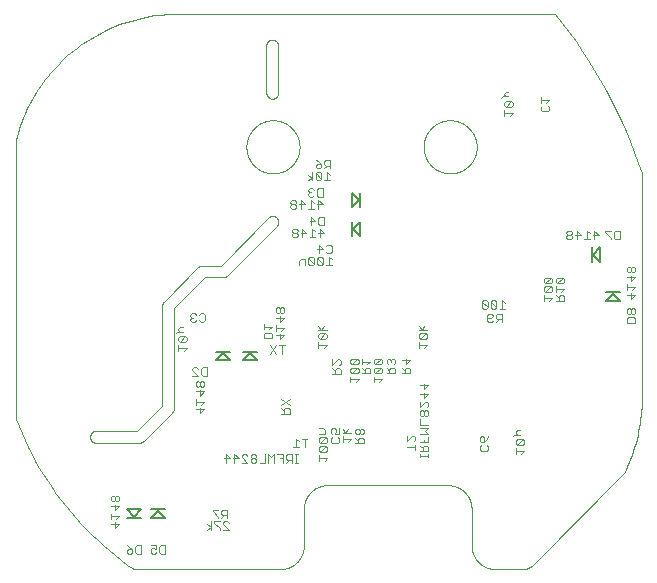
<source format=gbo>
G75*
%MOIN*%
%OFA0B0*%
%FSLAX25Y25*%
%IPPOS*%
%LPD*%
%AMOC8*
5,1,8,0,0,1.08239X$1,22.5*
%
%ADD10C,0.00000*%
%ADD11C,0.00400*%
%ADD12C,0.00787*%
D10*
X0041537Y0003071D02*
X0090356Y0003071D01*
X0090546Y0003073D01*
X0090736Y0003080D01*
X0090926Y0003092D01*
X0091116Y0003108D01*
X0091305Y0003128D01*
X0091494Y0003154D01*
X0091682Y0003183D01*
X0091869Y0003218D01*
X0092055Y0003257D01*
X0092240Y0003300D01*
X0092425Y0003348D01*
X0092608Y0003400D01*
X0092789Y0003456D01*
X0092969Y0003517D01*
X0093148Y0003583D01*
X0093325Y0003652D01*
X0093501Y0003726D01*
X0093674Y0003804D01*
X0093846Y0003887D01*
X0094015Y0003973D01*
X0094183Y0004063D01*
X0094348Y0004158D01*
X0094511Y0004256D01*
X0094671Y0004359D01*
X0094829Y0004465D01*
X0094984Y0004575D01*
X0095137Y0004688D01*
X0095287Y0004806D01*
X0095433Y0004927D01*
X0095577Y0005051D01*
X0095718Y0005179D01*
X0095856Y0005310D01*
X0095991Y0005445D01*
X0096122Y0005583D01*
X0096250Y0005724D01*
X0096374Y0005868D01*
X0096495Y0006014D01*
X0096613Y0006164D01*
X0096726Y0006317D01*
X0096836Y0006472D01*
X0096942Y0006630D01*
X0097045Y0006790D01*
X0097143Y0006953D01*
X0097238Y0007118D01*
X0097328Y0007286D01*
X0097414Y0007455D01*
X0097497Y0007627D01*
X0097575Y0007800D01*
X0097649Y0007976D01*
X0097718Y0008153D01*
X0097784Y0008332D01*
X0097845Y0008512D01*
X0097901Y0008693D01*
X0097953Y0008876D01*
X0098001Y0009061D01*
X0098044Y0009246D01*
X0098083Y0009432D01*
X0098118Y0009619D01*
X0098147Y0009807D01*
X0098173Y0009996D01*
X0098193Y0010185D01*
X0098209Y0010375D01*
X0098221Y0010565D01*
X0098228Y0010755D01*
X0098230Y0010945D01*
X0098230Y0023161D01*
X0098232Y0023351D01*
X0098239Y0023541D01*
X0098251Y0023731D01*
X0098267Y0023921D01*
X0098287Y0024110D01*
X0098313Y0024299D01*
X0098342Y0024487D01*
X0098377Y0024674D01*
X0098416Y0024860D01*
X0098459Y0025045D01*
X0098507Y0025230D01*
X0098559Y0025413D01*
X0098615Y0025594D01*
X0098676Y0025774D01*
X0098742Y0025953D01*
X0098811Y0026130D01*
X0098885Y0026306D01*
X0098963Y0026479D01*
X0099046Y0026651D01*
X0099132Y0026820D01*
X0099222Y0026988D01*
X0099317Y0027153D01*
X0099415Y0027316D01*
X0099518Y0027476D01*
X0099624Y0027634D01*
X0099734Y0027789D01*
X0099847Y0027942D01*
X0099965Y0028092D01*
X0100086Y0028238D01*
X0100210Y0028382D01*
X0100338Y0028523D01*
X0100469Y0028661D01*
X0100604Y0028796D01*
X0100742Y0028927D01*
X0100883Y0029055D01*
X0101027Y0029179D01*
X0101173Y0029300D01*
X0101323Y0029418D01*
X0101476Y0029531D01*
X0101631Y0029641D01*
X0101789Y0029747D01*
X0101949Y0029850D01*
X0102112Y0029948D01*
X0102277Y0030043D01*
X0102445Y0030133D01*
X0102614Y0030219D01*
X0102786Y0030302D01*
X0102959Y0030380D01*
X0103135Y0030454D01*
X0103312Y0030523D01*
X0103491Y0030589D01*
X0103671Y0030650D01*
X0103852Y0030706D01*
X0104035Y0030758D01*
X0104220Y0030806D01*
X0104405Y0030849D01*
X0104591Y0030888D01*
X0104778Y0030923D01*
X0104966Y0030952D01*
X0105155Y0030978D01*
X0105344Y0030998D01*
X0105534Y0031014D01*
X0105724Y0031026D01*
X0105914Y0031033D01*
X0106104Y0031035D01*
X0146261Y0031035D01*
X0146451Y0031033D01*
X0146641Y0031026D01*
X0146831Y0031014D01*
X0147021Y0030998D01*
X0147210Y0030978D01*
X0147399Y0030952D01*
X0147587Y0030923D01*
X0147774Y0030888D01*
X0147960Y0030849D01*
X0148145Y0030806D01*
X0148330Y0030758D01*
X0148513Y0030706D01*
X0148694Y0030650D01*
X0148874Y0030589D01*
X0149053Y0030523D01*
X0149230Y0030454D01*
X0149406Y0030380D01*
X0149579Y0030302D01*
X0149751Y0030219D01*
X0149920Y0030133D01*
X0150088Y0030043D01*
X0150253Y0029948D01*
X0150416Y0029850D01*
X0150576Y0029747D01*
X0150734Y0029641D01*
X0150889Y0029531D01*
X0151042Y0029418D01*
X0151192Y0029300D01*
X0151338Y0029179D01*
X0151482Y0029055D01*
X0151623Y0028927D01*
X0151761Y0028796D01*
X0151896Y0028661D01*
X0152027Y0028523D01*
X0152155Y0028382D01*
X0152279Y0028238D01*
X0152400Y0028092D01*
X0152518Y0027942D01*
X0152631Y0027789D01*
X0152741Y0027634D01*
X0152847Y0027476D01*
X0152950Y0027316D01*
X0153048Y0027153D01*
X0153143Y0026988D01*
X0153233Y0026820D01*
X0153319Y0026651D01*
X0153402Y0026479D01*
X0153480Y0026306D01*
X0153554Y0026130D01*
X0153623Y0025953D01*
X0153689Y0025774D01*
X0153750Y0025594D01*
X0153806Y0025413D01*
X0153858Y0025230D01*
X0153906Y0025045D01*
X0153949Y0024860D01*
X0153988Y0024674D01*
X0154023Y0024487D01*
X0154052Y0024299D01*
X0154078Y0024110D01*
X0154098Y0023921D01*
X0154114Y0023731D01*
X0154126Y0023541D01*
X0154133Y0023351D01*
X0154135Y0023161D01*
X0154135Y0010945D01*
X0154137Y0010755D01*
X0154144Y0010565D01*
X0154156Y0010375D01*
X0154172Y0010185D01*
X0154192Y0009996D01*
X0154218Y0009807D01*
X0154247Y0009619D01*
X0154282Y0009432D01*
X0154321Y0009246D01*
X0154364Y0009061D01*
X0154412Y0008876D01*
X0154464Y0008693D01*
X0154520Y0008512D01*
X0154581Y0008332D01*
X0154647Y0008153D01*
X0154716Y0007976D01*
X0154790Y0007800D01*
X0154868Y0007627D01*
X0154951Y0007455D01*
X0155037Y0007286D01*
X0155127Y0007118D01*
X0155222Y0006953D01*
X0155320Y0006790D01*
X0155423Y0006630D01*
X0155529Y0006472D01*
X0155639Y0006317D01*
X0155752Y0006164D01*
X0155870Y0006014D01*
X0155991Y0005868D01*
X0156115Y0005724D01*
X0156243Y0005583D01*
X0156374Y0005445D01*
X0156509Y0005310D01*
X0156647Y0005179D01*
X0156788Y0005051D01*
X0156932Y0004927D01*
X0157078Y0004806D01*
X0157228Y0004688D01*
X0157381Y0004575D01*
X0157536Y0004465D01*
X0157694Y0004359D01*
X0157854Y0004256D01*
X0158017Y0004158D01*
X0158182Y0004063D01*
X0158350Y0003973D01*
X0158519Y0003887D01*
X0158691Y0003804D01*
X0158864Y0003726D01*
X0159040Y0003652D01*
X0159217Y0003583D01*
X0159396Y0003517D01*
X0159576Y0003456D01*
X0159757Y0003400D01*
X0159940Y0003348D01*
X0160125Y0003300D01*
X0160310Y0003257D01*
X0160496Y0003218D01*
X0160683Y0003183D01*
X0160871Y0003154D01*
X0161060Y0003128D01*
X0161249Y0003108D01*
X0161439Y0003092D01*
X0161629Y0003080D01*
X0161819Y0003073D01*
X0162009Y0003071D01*
X0171402Y0003071D01*
X0174186Y0004224D02*
X0204923Y0034961D01*
X0210828Y0057008D02*
X0210828Y0134961D01*
X0181891Y0188110D02*
X0053741Y0188110D01*
X0085726Y0177587D02*
X0085726Y0161839D01*
X0085725Y0161839D02*
X0085727Y0161753D01*
X0085732Y0161667D01*
X0085742Y0161582D01*
X0085755Y0161497D01*
X0085772Y0161413D01*
X0085792Y0161329D01*
X0085816Y0161247D01*
X0085844Y0161166D01*
X0085875Y0161085D01*
X0085909Y0161007D01*
X0085947Y0160930D01*
X0085989Y0160854D01*
X0086033Y0160781D01*
X0086081Y0160710D01*
X0086132Y0160640D01*
X0086186Y0160573D01*
X0086242Y0160509D01*
X0086302Y0160447D01*
X0086364Y0160387D01*
X0086428Y0160331D01*
X0086495Y0160277D01*
X0086565Y0160226D01*
X0086636Y0160178D01*
X0086710Y0160134D01*
X0086785Y0160092D01*
X0086862Y0160054D01*
X0086941Y0160020D01*
X0087021Y0159989D01*
X0087102Y0159961D01*
X0087184Y0159937D01*
X0087268Y0159917D01*
X0087352Y0159900D01*
X0087437Y0159887D01*
X0087522Y0159877D01*
X0087608Y0159872D01*
X0087694Y0159870D01*
X0087694Y0159871D02*
X0087780Y0159873D01*
X0087866Y0159878D01*
X0087951Y0159888D01*
X0088036Y0159901D01*
X0088120Y0159918D01*
X0088203Y0159938D01*
X0088286Y0159962D01*
X0088367Y0159990D01*
X0088447Y0160021D01*
X0088526Y0160055D01*
X0088603Y0160093D01*
X0088678Y0160135D01*
X0088751Y0160179D01*
X0088823Y0160227D01*
X0088892Y0160278D01*
X0088959Y0160331D01*
X0089024Y0160388D01*
X0089086Y0160447D01*
X0089145Y0160509D01*
X0089202Y0160574D01*
X0089255Y0160641D01*
X0089306Y0160710D01*
X0089354Y0160782D01*
X0089398Y0160855D01*
X0089440Y0160930D01*
X0089478Y0161007D01*
X0089512Y0161086D01*
X0089543Y0161166D01*
X0089571Y0161247D01*
X0089595Y0161330D01*
X0089615Y0161413D01*
X0089632Y0161497D01*
X0089645Y0161582D01*
X0089655Y0161667D01*
X0089660Y0161753D01*
X0089662Y0161839D01*
X0089663Y0161839D02*
X0089663Y0177587D01*
X0087694Y0179556D02*
X0087608Y0179554D01*
X0087522Y0179549D01*
X0087437Y0179539D01*
X0087352Y0179526D01*
X0087268Y0179509D01*
X0087184Y0179489D01*
X0087102Y0179465D01*
X0087021Y0179437D01*
X0086940Y0179406D01*
X0086862Y0179372D01*
X0086785Y0179334D01*
X0086710Y0179292D01*
X0086636Y0179248D01*
X0086565Y0179200D01*
X0086495Y0179149D01*
X0086428Y0179095D01*
X0086364Y0179039D01*
X0086302Y0178979D01*
X0086242Y0178917D01*
X0086186Y0178853D01*
X0086132Y0178786D01*
X0086081Y0178716D01*
X0086033Y0178645D01*
X0085989Y0178572D01*
X0085947Y0178496D01*
X0085909Y0178419D01*
X0085875Y0178341D01*
X0085844Y0178260D01*
X0085816Y0178179D01*
X0085792Y0178097D01*
X0085772Y0178013D01*
X0085755Y0177929D01*
X0085742Y0177844D01*
X0085732Y0177759D01*
X0085727Y0177673D01*
X0085725Y0177587D01*
X0087694Y0179556D02*
X0087780Y0179554D01*
X0087866Y0179549D01*
X0087951Y0179539D01*
X0088036Y0179526D01*
X0088120Y0179509D01*
X0088204Y0179489D01*
X0088286Y0179465D01*
X0088367Y0179437D01*
X0088448Y0179406D01*
X0088526Y0179372D01*
X0088603Y0179334D01*
X0088679Y0179292D01*
X0088752Y0179248D01*
X0088823Y0179200D01*
X0088893Y0179149D01*
X0088960Y0179095D01*
X0089024Y0179039D01*
X0089086Y0178979D01*
X0089146Y0178917D01*
X0089202Y0178853D01*
X0089256Y0178786D01*
X0089307Y0178716D01*
X0089355Y0178645D01*
X0089399Y0178571D01*
X0089441Y0178496D01*
X0089479Y0178419D01*
X0089513Y0178340D01*
X0089544Y0178260D01*
X0089572Y0178179D01*
X0089596Y0178097D01*
X0089616Y0178013D01*
X0089633Y0177929D01*
X0089646Y0177844D01*
X0089656Y0177759D01*
X0089661Y0177673D01*
X0089663Y0177587D01*
X0079080Y0143819D02*
X0079083Y0144036D01*
X0079091Y0144254D01*
X0079104Y0144471D01*
X0079123Y0144687D01*
X0079147Y0144903D01*
X0079176Y0145119D01*
X0079210Y0145333D01*
X0079250Y0145547D01*
X0079295Y0145760D01*
X0079345Y0145971D01*
X0079401Y0146182D01*
X0079461Y0146390D01*
X0079527Y0146598D01*
X0079598Y0146803D01*
X0079674Y0147007D01*
X0079754Y0147209D01*
X0079840Y0147409D01*
X0079930Y0147606D01*
X0080026Y0147802D01*
X0080126Y0147995D01*
X0080231Y0148185D01*
X0080340Y0148373D01*
X0080454Y0148558D01*
X0080573Y0148740D01*
X0080696Y0148920D01*
X0080823Y0149096D01*
X0080955Y0149269D01*
X0081091Y0149438D01*
X0081231Y0149605D01*
X0081375Y0149768D01*
X0081523Y0149927D01*
X0081674Y0150083D01*
X0081830Y0150234D01*
X0081989Y0150382D01*
X0082152Y0150526D01*
X0082319Y0150666D01*
X0082488Y0150802D01*
X0082661Y0150934D01*
X0082837Y0151061D01*
X0083017Y0151184D01*
X0083199Y0151303D01*
X0083384Y0151417D01*
X0083572Y0151526D01*
X0083762Y0151631D01*
X0083955Y0151731D01*
X0084151Y0151827D01*
X0084348Y0151917D01*
X0084548Y0152003D01*
X0084750Y0152083D01*
X0084954Y0152159D01*
X0085159Y0152230D01*
X0085367Y0152296D01*
X0085575Y0152356D01*
X0085786Y0152412D01*
X0085997Y0152462D01*
X0086210Y0152507D01*
X0086424Y0152547D01*
X0086638Y0152581D01*
X0086854Y0152610D01*
X0087070Y0152634D01*
X0087286Y0152653D01*
X0087503Y0152666D01*
X0087721Y0152674D01*
X0087938Y0152677D01*
X0088155Y0152674D01*
X0088373Y0152666D01*
X0088590Y0152653D01*
X0088806Y0152634D01*
X0089022Y0152610D01*
X0089238Y0152581D01*
X0089452Y0152547D01*
X0089666Y0152507D01*
X0089879Y0152462D01*
X0090090Y0152412D01*
X0090301Y0152356D01*
X0090509Y0152296D01*
X0090717Y0152230D01*
X0090922Y0152159D01*
X0091126Y0152083D01*
X0091328Y0152003D01*
X0091528Y0151917D01*
X0091725Y0151827D01*
X0091921Y0151731D01*
X0092114Y0151631D01*
X0092304Y0151526D01*
X0092492Y0151417D01*
X0092677Y0151303D01*
X0092859Y0151184D01*
X0093039Y0151061D01*
X0093215Y0150934D01*
X0093388Y0150802D01*
X0093557Y0150666D01*
X0093724Y0150526D01*
X0093887Y0150382D01*
X0094046Y0150234D01*
X0094202Y0150083D01*
X0094353Y0149927D01*
X0094501Y0149768D01*
X0094645Y0149605D01*
X0094785Y0149438D01*
X0094921Y0149269D01*
X0095053Y0149096D01*
X0095180Y0148920D01*
X0095303Y0148740D01*
X0095422Y0148558D01*
X0095536Y0148373D01*
X0095645Y0148185D01*
X0095750Y0147995D01*
X0095850Y0147802D01*
X0095946Y0147606D01*
X0096036Y0147409D01*
X0096122Y0147209D01*
X0096202Y0147007D01*
X0096278Y0146803D01*
X0096349Y0146598D01*
X0096415Y0146390D01*
X0096475Y0146182D01*
X0096531Y0145971D01*
X0096581Y0145760D01*
X0096626Y0145547D01*
X0096666Y0145333D01*
X0096700Y0145119D01*
X0096729Y0144903D01*
X0096753Y0144687D01*
X0096772Y0144471D01*
X0096785Y0144254D01*
X0096793Y0144036D01*
X0096796Y0143819D01*
X0096793Y0143602D01*
X0096785Y0143384D01*
X0096772Y0143167D01*
X0096753Y0142951D01*
X0096729Y0142735D01*
X0096700Y0142519D01*
X0096666Y0142305D01*
X0096626Y0142091D01*
X0096581Y0141878D01*
X0096531Y0141667D01*
X0096475Y0141456D01*
X0096415Y0141248D01*
X0096349Y0141040D01*
X0096278Y0140835D01*
X0096202Y0140631D01*
X0096122Y0140429D01*
X0096036Y0140229D01*
X0095946Y0140032D01*
X0095850Y0139836D01*
X0095750Y0139643D01*
X0095645Y0139453D01*
X0095536Y0139265D01*
X0095422Y0139080D01*
X0095303Y0138898D01*
X0095180Y0138718D01*
X0095053Y0138542D01*
X0094921Y0138369D01*
X0094785Y0138200D01*
X0094645Y0138033D01*
X0094501Y0137870D01*
X0094353Y0137711D01*
X0094202Y0137555D01*
X0094046Y0137404D01*
X0093887Y0137256D01*
X0093724Y0137112D01*
X0093557Y0136972D01*
X0093388Y0136836D01*
X0093215Y0136704D01*
X0093039Y0136577D01*
X0092859Y0136454D01*
X0092677Y0136335D01*
X0092492Y0136221D01*
X0092304Y0136112D01*
X0092114Y0136007D01*
X0091921Y0135907D01*
X0091725Y0135811D01*
X0091528Y0135721D01*
X0091328Y0135635D01*
X0091126Y0135555D01*
X0090922Y0135479D01*
X0090717Y0135408D01*
X0090509Y0135342D01*
X0090301Y0135282D01*
X0090090Y0135226D01*
X0089879Y0135176D01*
X0089666Y0135131D01*
X0089452Y0135091D01*
X0089238Y0135057D01*
X0089022Y0135028D01*
X0088806Y0135004D01*
X0088590Y0134985D01*
X0088373Y0134972D01*
X0088155Y0134964D01*
X0087938Y0134961D01*
X0087721Y0134964D01*
X0087503Y0134972D01*
X0087286Y0134985D01*
X0087070Y0135004D01*
X0086854Y0135028D01*
X0086638Y0135057D01*
X0086424Y0135091D01*
X0086210Y0135131D01*
X0085997Y0135176D01*
X0085786Y0135226D01*
X0085575Y0135282D01*
X0085367Y0135342D01*
X0085159Y0135408D01*
X0084954Y0135479D01*
X0084750Y0135555D01*
X0084548Y0135635D01*
X0084348Y0135721D01*
X0084151Y0135811D01*
X0083955Y0135907D01*
X0083762Y0136007D01*
X0083572Y0136112D01*
X0083384Y0136221D01*
X0083199Y0136335D01*
X0083017Y0136454D01*
X0082837Y0136577D01*
X0082661Y0136704D01*
X0082488Y0136836D01*
X0082319Y0136972D01*
X0082152Y0137112D01*
X0081989Y0137256D01*
X0081830Y0137404D01*
X0081674Y0137555D01*
X0081523Y0137711D01*
X0081375Y0137870D01*
X0081231Y0138033D01*
X0081091Y0138200D01*
X0080955Y0138369D01*
X0080823Y0138542D01*
X0080696Y0138718D01*
X0080573Y0138898D01*
X0080454Y0139080D01*
X0080340Y0139265D01*
X0080231Y0139453D01*
X0080126Y0139643D01*
X0080026Y0139836D01*
X0079930Y0140032D01*
X0079840Y0140229D01*
X0079754Y0140429D01*
X0079674Y0140631D01*
X0079598Y0140835D01*
X0079527Y0141040D01*
X0079461Y0141248D01*
X0079401Y0141456D01*
X0079345Y0141667D01*
X0079295Y0141878D01*
X0079250Y0142091D01*
X0079210Y0142305D01*
X0079176Y0142519D01*
X0079147Y0142735D01*
X0079123Y0142951D01*
X0079104Y0143167D01*
X0079091Y0143384D01*
X0079083Y0143602D01*
X0079080Y0143819D01*
X0053741Y0188111D02*
X0052396Y0188036D01*
X0051054Y0187928D01*
X0049714Y0187788D01*
X0048378Y0187615D01*
X0047047Y0187411D01*
X0045721Y0187174D01*
X0044402Y0186905D01*
X0043089Y0186604D01*
X0041784Y0186272D01*
X0040487Y0185908D01*
X0039199Y0185513D01*
X0037922Y0185086D01*
X0036655Y0184629D01*
X0035399Y0184142D01*
X0034156Y0183624D01*
X0032925Y0183076D01*
X0031709Y0182499D01*
X0030506Y0181893D01*
X0029319Y0181257D01*
X0028147Y0180593D01*
X0026991Y0179901D01*
X0025853Y0179181D01*
X0024733Y0178434D01*
X0023630Y0177660D01*
X0022547Y0176859D01*
X0021484Y0176033D01*
X0020441Y0175181D01*
X0019419Y0174304D01*
X0018418Y0173402D01*
X0017439Y0172477D01*
X0016483Y0171528D01*
X0015551Y0170556D01*
X0014642Y0169563D01*
X0013757Y0168547D01*
X0012898Y0167510D01*
X0012063Y0166453D01*
X0011255Y0165376D01*
X0010472Y0164280D01*
X0009717Y0163165D01*
X0008988Y0162032D01*
X0008288Y0160881D01*
X0007615Y0159715D01*
X0006971Y0158532D01*
X0006355Y0157334D01*
X0005769Y0156121D01*
X0005212Y0154895D01*
X0004685Y0153656D01*
X0004188Y0152404D01*
X0003722Y0151140D01*
X0003286Y0149866D01*
X0002882Y0148581D01*
X0002508Y0147287D01*
X0002166Y0145985D01*
X0002167Y0145984D02*
X0002167Y0053071D01*
X0028938Y0049134D02*
X0042718Y0049134D01*
X0050986Y0057401D01*
X0050986Y0090838D01*
X0051562Y0092230D02*
X0063007Y0103675D01*
X0064399Y0104252D02*
X0070458Y0104252D01*
X0086437Y0120230D01*
X0087781Y0120787D02*
X0087864Y0120785D01*
X0087947Y0120780D01*
X0088029Y0120771D01*
X0088111Y0120758D01*
X0088192Y0120742D01*
X0088273Y0120722D01*
X0088353Y0120699D01*
X0088431Y0120672D01*
X0088508Y0120642D01*
X0088584Y0120609D01*
X0088659Y0120572D01*
X0088732Y0120532D01*
X0088802Y0120489D01*
X0088871Y0120443D01*
X0088938Y0120394D01*
X0089003Y0120342D01*
X0089065Y0120288D01*
X0089125Y0120230D01*
X0089193Y0120163D01*
X0089192Y0120163D02*
X0089250Y0120103D01*
X0089304Y0120041D01*
X0089356Y0119976D01*
X0089405Y0119909D01*
X0089451Y0119840D01*
X0089494Y0119770D01*
X0089534Y0119697D01*
X0089571Y0119622D01*
X0089604Y0119546D01*
X0089634Y0119469D01*
X0089661Y0119391D01*
X0089684Y0119311D01*
X0089704Y0119230D01*
X0089720Y0119149D01*
X0089733Y0119067D01*
X0089742Y0118985D01*
X0089747Y0118902D01*
X0089749Y0118819D01*
X0089193Y0117475D02*
X0072609Y0100891D01*
X0071217Y0100315D02*
X0065159Y0100315D01*
X0054923Y0090079D01*
X0054923Y0056642D01*
X0054346Y0055250D02*
X0044869Y0045773D01*
X0043477Y0045197D02*
X0028938Y0045197D01*
X0028938Y0045196D02*
X0028852Y0045198D01*
X0028766Y0045203D01*
X0028681Y0045213D01*
X0028596Y0045226D01*
X0028512Y0045243D01*
X0028428Y0045263D01*
X0028346Y0045287D01*
X0028265Y0045315D01*
X0028184Y0045346D01*
X0028106Y0045380D01*
X0028029Y0045418D01*
X0027953Y0045460D01*
X0027880Y0045504D01*
X0027809Y0045552D01*
X0027739Y0045603D01*
X0027672Y0045657D01*
X0027608Y0045713D01*
X0027546Y0045773D01*
X0027486Y0045835D01*
X0027430Y0045899D01*
X0027376Y0045966D01*
X0027325Y0046036D01*
X0027277Y0046107D01*
X0027233Y0046181D01*
X0027191Y0046256D01*
X0027153Y0046333D01*
X0027119Y0046411D01*
X0027088Y0046492D01*
X0027060Y0046573D01*
X0027036Y0046655D01*
X0027016Y0046739D01*
X0026999Y0046823D01*
X0026986Y0046908D01*
X0026976Y0046993D01*
X0026971Y0047079D01*
X0026969Y0047165D01*
X0026971Y0047251D01*
X0026976Y0047337D01*
X0026986Y0047422D01*
X0026999Y0047507D01*
X0027016Y0047591D01*
X0027036Y0047675D01*
X0027060Y0047757D01*
X0027088Y0047838D01*
X0027119Y0047919D01*
X0027153Y0047997D01*
X0027191Y0048074D01*
X0027233Y0048150D01*
X0027277Y0048223D01*
X0027325Y0048294D01*
X0027376Y0048364D01*
X0027430Y0048431D01*
X0027486Y0048495D01*
X0027546Y0048557D01*
X0027608Y0048617D01*
X0027672Y0048673D01*
X0027739Y0048727D01*
X0027809Y0048778D01*
X0027880Y0048826D01*
X0027954Y0048870D01*
X0028029Y0048912D01*
X0028106Y0048950D01*
X0028184Y0048984D01*
X0028265Y0049015D01*
X0028346Y0049043D01*
X0028428Y0049067D01*
X0028512Y0049087D01*
X0028596Y0049104D01*
X0028681Y0049117D01*
X0028766Y0049127D01*
X0028852Y0049132D01*
X0028938Y0049134D01*
X0043477Y0045196D02*
X0043563Y0045198D01*
X0043649Y0045203D01*
X0043734Y0045213D01*
X0043819Y0045226D01*
X0043903Y0045243D01*
X0043987Y0045263D01*
X0044069Y0045287D01*
X0044150Y0045315D01*
X0044231Y0045346D01*
X0044309Y0045380D01*
X0044386Y0045418D01*
X0044462Y0045460D01*
X0044535Y0045504D01*
X0044606Y0045552D01*
X0044676Y0045603D01*
X0044743Y0045657D01*
X0044807Y0045713D01*
X0044869Y0045773D01*
X0054346Y0055250D02*
X0054406Y0055312D01*
X0054462Y0055376D01*
X0054516Y0055443D01*
X0054567Y0055513D01*
X0054615Y0055584D01*
X0054659Y0055657D01*
X0054701Y0055733D01*
X0054739Y0055810D01*
X0054773Y0055888D01*
X0054804Y0055969D01*
X0054832Y0056050D01*
X0054856Y0056132D01*
X0054876Y0056216D01*
X0054893Y0056300D01*
X0054906Y0056385D01*
X0054916Y0056470D01*
X0054921Y0056556D01*
X0054923Y0056642D01*
X0210827Y0134961D02*
X0209626Y0138571D01*
X0208339Y0142151D01*
X0206969Y0145701D01*
X0205514Y0149217D01*
X0203977Y0152697D01*
X0202358Y0156140D01*
X0200659Y0159544D01*
X0198879Y0162907D01*
X0197020Y0166227D01*
X0195084Y0169502D01*
X0193070Y0172731D01*
X0190981Y0175911D01*
X0188817Y0179040D01*
X0186580Y0182118D01*
X0184271Y0185142D01*
X0181891Y0188110D01*
X0138135Y0143819D02*
X0138138Y0144036D01*
X0138146Y0144254D01*
X0138159Y0144471D01*
X0138178Y0144687D01*
X0138202Y0144903D01*
X0138231Y0145119D01*
X0138265Y0145333D01*
X0138305Y0145547D01*
X0138350Y0145760D01*
X0138400Y0145971D01*
X0138456Y0146182D01*
X0138516Y0146390D01*
X0138582Y0146598D01*
X0138653Y0146803D01*
X0138729Y0147007D01*
X0138809Y0147209D01*
X0138895Y0147409D01*
X0138985Y0147606D01*
X0139081Y0147802D01*
X0139181Y0147995D01*
X0139286Y0148185D01*
X0139395Y0148373D01*
X0139509Y0148558D01*
X0139628Y0148740D01*
X0139751Y0148920D01*
X0139878Y0149096D01*
X0140010Y0149269D01*
X0140146Y0149438D01*
X0140286Y0149605D01*
X0140430Y0149768D01*
X0140578Y0149927D01*
X0140729Y0150083D01*
X0140885Y0150234D01*
X0141044Y0150382D01*
X0141207Y0150526D01*
X0141374Y0150666D01*
X0141543Y0150802D01*
X0141716Y0150934D01*
X0141892Y0151061D01*
X0142072Y0151184D01*
X0142254Y0151303D01*
X0142439Y0151417D01*
X0142627Y0151526D01*
X0142817Y0151631D01*
X0143010Y0151731D01*
X0143206Y0151827D01*
X0143403Y0151917D01*
X0143603Y0152003D01*
X0143805Y0152083D01*
X0144009Y0152159D01*
X0144214Y0152230D01*
X0144422Y0152296D01*
X0144630Y0152356D01*
X0144841Y0152412D01*
X0145052Y0152462D01*
X0145265Y0152507D01*
X0145479Y0152547D01*
X0145693Y0152581D01*
X0145909Y0152610D01*
X0146125Y0152634D01*
X0146341Y0152653D01*
X0146558Y0152666D01*
X0146776Y0152674D01*
X0146993Y0152677D01*
X0147210Y0152674D01*
X0147428Y0152666D01*
X0147645Y0152653D01*
X0147861Y0152634D01*
X0148077Y0152610D01*
X0148293Y0152581D01*
X0148507Y0152547D01*
X0148721Y0152507D01*
X0148934Y0152462D01*
X0149145Y0152412D01*
X0149356Y0152356D01*
X0149564Y0152296D01*
X0149772Y0152230D01*
X0149977Y0152159D01*
X0150181Y0152083D01*
X0150383Y0152003D01*
X0150583Y0151917D01*
X0150780Y0151827D01*
X0150976Y0151731D01*
X0151169Y0151631D01*
X0151359Y0151526D01*
X0151547Y0151417D01*
X0151732Y0151303D01*
X0151914Y0151184D01*
X0152094Y0151061D01*
X0152270Y0150934D01*
X0152443Y0150802D01*
X0152612Y0150666D01*
X0152779Y0150526D01*
X0152942Y0150382D01*
X0153101Y0150234D01*
X0153257Y0150083D01*
X0153408Y0149927D01*
X0153556Y0149768D01*
X0153700Y0149605D01*
X0153840Y0149438D01*
X0153976Y0149269D01*
X0154108Y0149096D01*
X0154235Y0148920D01*
X0154358Y0148740D01*
X0154477Y0148558D01*
X0154591Y0148373D01*
X0154700Y0148185D01*
X0154805Y0147995D01*
X0154905Y0147802D01*
X0155001Y0147606D01*
X0155091Y0147409D01*
X0155177Y0147209D01*
X0155257Y0147007D01*
X0155333Y0146803D01*
X0155404Y0146598D01*
X0155470Y0146390D01*
X0155530Y0146182D01*
X0155586Y0145971D01*
X0155636Y0145760D01*
X0155681Y0145547D01*
X0155721Y0145333D01*
X0155755Y0145119D01*
X0155784Y0144903D01*
X0155808Y0144687D01*
X0155827Y0144471D01*
X0155840Y0144254D01*
X0155848Y0144036D01*
X0155851Y0143819D01*
X0155848Y0143602D01*
X0155840Y0143384D01*
X0155827Y0143167D01*
X0155808Y0142951D01*
X0155784Y0142735D01*
X0155755Y0142519D01*
X0155721Y0142305D01*
X0155681Y0142091D01*
X0155636Y0141878D01*
X0155586Y0141667D01*
X0155530Y0141456D01*
X0155470Y0141248D01*
X0155404Y0141040D01*
X0155333Y0140835D01*
X0155257Y0140631D01*
X0155177Y0140429D01*
X0155091Y0140229D01*
X0155001Y0140032D01*
X0154905Y0139836D01*
X0154805Y0139643D01*
X0154700Y0139453D01*
X0154591Y0139265D01*
X0154477Y0139080D01*
X0154358Y0138898D01*
X0154235Y0138718D01*
X0154108Y0138542D01*
X0153976Y0138369D01*
X0153840Y0138200D01*
X0153700Y0138033D01*
X0153556Y0137870D01*
X0153408Y0137711D01*
X0153257Y0137555D01*
X0153101Y0137404D01*
X0152942Y0137256D01*
X0152779Y0137112D01*
X0152612Y0136972D01*
X0152443Y0136836D01*
X0152270Y0136704D01*
X0152094Y0136577D01*
X0151914Y0136454D01*
X0151732Y0136335D01*
X0151547Y0136221D01*
X0151359Y0136112D01*
X0151169Y0136007D01*
X0150976Y0135907D01*
X0150780Y0135811D01*
X0150583Y0135721D01*
X0150383Y0135635D01*
X0150181Y0135555D01*
X0149977Y0135479D01*
X0149772Y0135408D01*
X0149564Y0135342D01*
X0149356Y0135282D01*
X0149145Y0135226D01*
X0148934Y0135176D01*
X0148721Y0135131D01*
X0148507Y0135091D01*
X0148293Y0135057D01*
X0148077Y0135028D01*
X0147861Y0135004D01*
X0147645Y0134985D01*
X0147428Y0134972D01*
X0147210Y0134964D01*
X0146993Y0134961D01*
X0146776Y0134964D01*
X0146558Y0134972D01*
X0146341Y0134985D01*
X0146125Y0135004D01*
X0145909Y0135028D01*
X0145693Y0135057D01*
X0145479Y0135091D01*
X0145265Y0135131D01*
X0145052Y0135176D01*
X0144841Y0135226D01*
X0144630Y0135282D01*
X0144422Y0135342D01*
X0144214Y0135408D01*
X0144009Y0135479D01*
X0143805Y0135555D01*
X0143603Y0135635D01*
X0143403Y0135721D01*
X0143206Y0135811D01*
X0143010Y0135907D01*
X0142817Y0136007D01*
X0142627Y0136112D01*
X0142439Y0136221D01*
X0142254Y0136335D01*
X0142072Y0136454D01*
X0141892Y0136577D01*
X0141716Y0136704D01*
X0141543Y0136836D01*
X0141374Y0136972D01*
X0141207Y0137112D01*
X0141044Y0137256D01*
X0140885Y0137404D01*
X0140729Y0137555D01*
X0140578Y0137711D01*
X0140430Y0137870D01*
X0140286Y0138033D01*
X0140146Y0138200D01*
X0140010Y0138369D01*
X0139878Y0138542D01*
X0139751Y0138718D01*
X0139628Y0138898D01*
X0139509Y0139080D01*
X0139395Y0139265D01*
X0139286Y0139453D01*
X0139181Y0139643D01*
X0139081Y0139836D01*
X0138985Y0140032D01*
X0138895Y0140229D01*
X0138809Y0140429D01*
X0138729Y0140631D01*
X0138653Y0140835D01*
X0138582Y0141040D01*
X0138516Y0141248D01*
X0138456Y0141456D01*
X0138400Y0141667D01*
X0138350Y0141878D01*
X0138305Y0142091D01*
X0138265Y0142305D01*
X0138231Y0142519D01*
X0138202Y0142735D01*
X0138178Y0142951D01*
X0138159Y0143167D01*
X0138146Y0143384D01*
X0138138Y0143602D01*
X0138135Y0143819D01*
X0089749Y0118819D02*
X0089747Y0118736D01*
X0089742Y0118653D01*
X0089733Y0118571D01*
X0089720Y0118489D01*
X0089704Y0118408D01*
X0089684Y0118327D01*
X0089661Y0118247D01*
X0089634Y0118169D01*
X0089604Y0118092D01*
X0089571Y0118016D01*
X0089534Y0117941D01*
X0089494Y0117868D01*
X0089451Y0117798D01*
X0089405Y0117729D01*
X0089356Y0117662D01*
X0089304Y0117597D01*
X0089250Y0117535D01*
X0089192Y0117475D01*
X0087781Y0120787D02*
X0087698Y0120785D01*
X0087615Y0120780D01*
X0087533Y0120771D01*
X0087451Y0120758D01*
X0087370Y0120742D01*
X0087289Y0120722D01*
X0087209Y0120699D01*
X0087131Y0120672D01*
X0087054Y0120642D01*
X0086978Y0120609D01*
X0086903Y0120572D01*
X0086830Y0120532D01*
X0086760Y0120489D01*
X0086691Y0120443D01*
X0086624Y0120394D01*
X0086559Y0120342D01*
X0086497Y0120288D01*
X0086437Y0120230D01*
X0072609Y0100891D02*
X0072547Y0100831D01*
X0072483Y0100775D01*
X0072416Y0100721D01*
X0072346Y0100670D01*
X0072275Y0100622D01*
X0072202Y0100578D01*
X0072126Y0100536D01*
X0072049Y0100498D01*
X0071971Y0100464D01*
X0071890Y0100433D01*
X0071809Y0100405D01*
X0071727Y0100381D01*
X0071643Y0100361D01*
X0071559Y0100344D01*
X0071474Y0100331D01*
X0071389Y0100321D01*
X0071303Y0100316D01*
X0071217Y0100314D01*
X0064399Y0104252D02*
X0064313Y0104250D01*
X0064227Y0104245D01*
X0064142Y0104235D01*
X0064057Y0104222D01*
X0063973Y0104205D01*
X0063889Y0104185D01*
X0063807Y0104161D01*
X0063726Y0104133D01*
X0063645Y0104102D01*
X0063567Y0104068D01*
X0063490Y0104030D01*
X0063414Y0103988D01*
X0063341Y0103944D01*
X0063270Y0103896D01*
X0063200Y0103845D01*
X0063133Y0103791D01*
X0063069Y0103735D01*
X0063007Y0103675D01*
X0051562Y0092230D02*
X0051502Y0092168D01*
X0051446Y0092104D01*
X0051392Y0092037D01*
X0051341Y0091967D01*
X0051293Y0091896D01*
X0051249Y0091823D01*
X0051207Y0091747D01*
X0051169Y0091670D01*
X0051135Y0091592D01*
X0051104Y0091511D01*
X0051076Y0091430D01*
X0051052Y0091348D01*
X0051032Y0091264D01*
X0051015Y0091180D01*
X0051002Y0091095D01*
X0050992Y0091010D01*
X0050987Y0090924D01*
X0050985Y0090838D01*
X0002167Y0053071D02*
X0003128Y0050673D01*
X0004146Y0048298D01*
X0005221Y0045949D01*
X0006351Y0043626D01*
X0007536Y0041330D01*
X0008775Y0039063D01*
X0010068Y0036826D01*
X0011414Y0034621D01*
X0012812Y0032449D01*
X0014261Y0030310D01*
X0015761Y0028206D01*
X0017310Y0026139D01*
X0018909Y0024109D01*
X0020555Y0022118D01*
X0022248Y0020167D01*
X0023987Y0018256D01*
X0025771Y0016388D01*
X0027599Y0014562D01*
X0029470Y0012781D01*
X0031383Y0011044D01*
X0033336Y0009354D01*
X0035330Y0007710D01*
X0037362Y0006115D01*
X0039431Y0004568D01*
X0041537Y0003071D01*
X0204923Y0034960D02*
X0205514Y0036176D01*
X0206077Y0037405D01*
X0206609Y0038648D01*
X0207112Y0039903D01*
X0207585Y0041169D01*
X0208027Y0042447D01*
X0208439Y0043734D01*
X0208820Y0045031D01*
X0209170Y0046337D01*
X0209488Y0047651D01*
X0209775Y0048972D01*
X0210031Y0050300D01*
X0210254Y0051633D01*
X0210446Y0052971D01*
X0210606Y0054313D01*
X0210733Y0055659D01*
X0210829Y0057008D01*
X0174186Y0004224D02*
X0174097Y0004138D01*
X0174006Y0004055D01*
X0173912Y0003974D01*
X0173815Y0003897D01*
X0173716Y0003823D01*
X0173615Y0003752D01*
X0173512Y0003684D01*
X0173406Y0003619D01*
X0173299Y0003558D01*
X0173189Y0003500D01*
X0173078Y0003446D01*
X0172966Y0003395D01*
X0172851Y0003347D01*
X0172736Y0003304D01*
X0172619Y0003264D01*
X0172500Y0003227D01*
X0172381Y0003195D01*
X0172261Y0003166D01*
X0172140Y0003141D01*
X0172018Y0003119D01*
X0171895Y0003102D01*
X0171773Y0003088D01*
X0171649Y0003079D01*
X0171526Y0003073D01*
X0171402Y0003071D01*
D11*
X0036669Y0018172D02*
X0033867Y0018172D01*
X0035268Y0018639D02*
X0035268Y0016771D01*
X0036669Y0018172D01*
X0035735Y0019717D02*
X0036669Y0020651D01*
X0033867Y0020651D01*
X0033867Y0019717D02*
X0033867Y0021586D01*
X0035268Y0022664D02*
X0035268Y0024532D01*
X0035735Y0025610D02*
X0036202Y0025610D01*
X0036669Y0026077D01*
X0036669Y0027011D01*
X0036202Y0027479D01*
X0035735Y0027479D01*
X0035268Y0027011D01*
X0035268Y0026077D01*
X0035735Y0025610D01*
X0035268Y0026077D02*
X0034801Y0025610D01*
X0034334Y0025610D01*
X0033867Y0026077D01*
X0033867Y0027011D01*
X0034334Y0027479D01*
X0034801Y0027479D01*
X0035268Y0027011D01*
X0033867Y0024065D02*
X0036669Y0024065D01*
X0035268Y0022664D01*
X0039152Y0011073D02*
X0040086Y0010606D01*
X0041020Y0009672D01*
X0039619Y0009672D01*
X0039152Y0009205D01*
X0039152Y0008738D01*
X0039619Y0008271D01*
X0040553Y0008271D01*
X0041020Y0008738D01*
X0041020Y0009672D01*
X0042098Y0010606D02*
X0042565Y0011073D01*
X0043967Y0011073D01*
X0043967Y0008271D01*
X0042565Y0008271D01*
X0042098Y0008738D01*
X0042098Y0010606D01*
X0047152Y0011073D02*
X0049020Y0011073D01*
X0049020Y0009672D01*
X0048086Y0010139D01*
X0047619Y0010139D01*
X0047152Y0009672D01*
X0047152Y0008738D01*
X0047619Y0008271D01*
X0048553Y0008271D01*
X0049020Y0008738D01*
X0050098Y0008738D02*
X0050098Y0010606D01*
X0050565Y0011073D01*
X0051967Y0011073D01*
X0051967Y0008271D01*
X0050565Y0008271D01*
X0050098Y0008738D01*
X0065854Y0016267D02*
X0067255Y0017201D01*
X0065854Y0018135D01*
X0067255Y0019069D02*
X0067255Y0016267D01*
X0068333Y0018602D02*
X0070201Y0016734D01*
X0070201Y0016267D01*
X0071280Y0016267D02*
X0073148Y0016267D01*
X0071280Y0018135D01*
X0071280Y0018602D01*
X0071747Y0019069D01*
X0072681Y0019069D01*
X0073148Y0018602D01*
X0072648Y0020137D02*
X0072648Y0022939D01*
X0071247Y0022939D01*
X0070780Y0022472D01*
X0070780Y0021538D01*
X0071247Y0021071D01*
X0072648Y0021071D01*
X0071714Y0021071D02*
X0070780Y0020137D01*
X0069701Y0020137D02*
X0069701Y0020604D01*
X0067833Y0022472D01*
X0067833Y0022939D01*
X0069701Y0022939D01*
X0070201Y0019069D02*
X0068333Y0019069D01*
X0068333Y0018602D01*
X0072133Y0038590D02*
X0072133Y0041392D01*
X0073534Y0039991D01*
X0071666Y0039991D01*
X0074612Y0039991D02*
X0076481Y0039991D01*
X0075079Y0041392D01*
X0075079Y0038590D01*
X0077559Y0038590D02*
X0079427Y0038590D01*
X0077559Y0040458D01*
X0077559Y0040925D01*
X0078026Y0041392D01*
X0078960Y0041392D01*
X0079427Y0040925D01*
X0080505Y0040925D02*
X0080505Y0040458D01*
X0080973Y0039991D01*
X0081907Y0039991D01*
X0082374Y0040458D01*
X0082374Y0040925D01*
X0081907Y0041392D01*
X0080973Y0041392D01*
X0080505Y0040925D01*
X0080973Y0039991D02*
X0080505Y0039524D01*
X0080505Y0039057D01*
X0080973Y0038590D01*
X0081907Y0038590D01*
X0082374Y0039057D01*
X0082374Y0039524D01*
X0081907Y0039991D01*
X0083452Y0038590D02*
X0085320Y0038590D01*
X0085320Y0041392D01*
X0086398Y0041392D02*
X0086398Y0038590D01*
X0088267Y0038590D02*
X0088267Y0041392D01*
X0087333Y0040458D01*
X0086398Y0041392D01*
X0089345Y0041392D02*
X0091213Y0041392D01*
X0091213Y0038590D01*
X0092292Y0038590D02*
X0093226Y0039524D01*
X0092759Y0039524D02*
X0094160Y0039524D01*
X0094160Y0038590D02*
X0094160Y0041392D01*
X0092759Y0041392D01*
X0092292Y0040925D01*
X0092292Y0039991D01*
X0092759Y0039524D01*
X0091213Y0039991D02*
X0090279Y0039991D01*
X0095190Y0041392D02*
X0096124Y0041392D01*
X0095657Y0041392D02*
X0095657Y0038590D01*
X0096124Y0038590D02*
X0095190Y0038590D01*
X0095519Y0043767D02*
X0095519Y0046569D01*
X0096453Y0045635D01*
X0097531Y0046569D02*
X0099400Y0046569D01*
X0098466Y0046569D02*
X0098466Y0043767D01*
X0096453Y0043767D02*
X0094585Y0043767D01*
X0103261Y0043596D02*
X0103261Y0042662D01*
X0103728Y0042195D01*
X0105596Y0044063D01*
X0103728Y0044063D01*
X0103261Y0043596D01*
X0103728Y0042195D02*
X0105596Y0042195D01*
X0106064Y0042662D01*
X0106064Y0043596D01*
X0105596Y0044063D01*
X0105596Y0045141D02*
X0106064Y0045609D01*
X0106064Y0046543D01*
X0105596Y0047010D01*
X0103728Y0045141D01*
X0103261Y0045609D01*
X0103261Y0046543D01*
X0103728Y0047010D01*
X0105596Y0047010D01*
X0105129Y0048088D02*
X0103261Y0048088D01*
X0103261Y0049956D02*
X0104662Y0049956D01*
X0105129Y0049489D01*
X0105129Y0048088D01*
X0107159Y0048555D02*
X0107159Y0049489D01*
X0107626Y0049956D01*
X0108560Y0049956D01*
X0109027Y0049489D01*
X0109027Y0049022D01*
X0108560Y0048088D01*
X0109961Y0048088D01*
X0109961Y0049956D01*
X0111135Y0049842D02*
X0112069Y0048441D01*
X0113003Y0049842D01*
X0113938Y0048441D02*
X0111135Y0048441D01*
X0111135Y0047363D02*
X0111135Y0045495D01*
X0111135Y0046429D02*
X0113938Y0046429D01*
X0113003Y0045495D01*
X0115427Y0045004D02*
X0118229Y0045004D01*
X0118229Y0046405D01*
X0117762Y0046872D01*
X0116828Y0046872D01*
X0116361Y0046405D01*
X0116361Y0045004D01*
X0116361Y0045938D02*
X0115427Y0046872D01*
X0115894Y0047950D02*
X0116361Y0047950D01*
X0116828Y0048417D01*
X0116828Y0049351D01*
X0116361Y0049818D01*
X0115894Y0049818D01*
X0115427Y0049351D01*
X0115427Y0048417D01*
X0115894Y0047950D01*
X0116828Y0048417D02*
X0117295Y0047950D01*
X0117762Y0047950D01*
X0118229Y0048417D01*
X0118229Y0049351D01*
X0117762Y0049818D01*
X0117295Y0049818D01*
X0116828Y0049351D01*
X0109961Y0046543D02*
X0109961Y0045609D01*
X0109494Y0045141D01*
X0107626Y0045141D01*
X0107159Y0045609D01*
X0107159Y0046543D01*
X0107626Y0047010D01*
X0107626Y0048088D02*
X0107159Y0048555D01*
X0109494Y0047010D02*
X0109961Y0046543D01*
X0105596Y0045141D02*
X0103728Y0045141D01*
X0103261Y0041117D02*
X0103261Y0039248D01*
X0103261Y0040183D02*
X0106064Y0040183D01*
X0105129Y0039248D01*
X0093488Y0054924D02*
X0090686Y0054924D01*
X0091620Y0054924D02*
X0091620Y0056325D01*
X0092087Y0056793D01*
X0093021Y0056793D01*
X0093488Y0056325D01*
X0093488Y0054924D01*
X0091620Y0055858D02*
X0090686Y0056793D01*
X0090686Y0057871D02*
X0093488Y0059739D01*
X0093488Y0057871D02*
X0090686Y0059739D01*
X0090863Y0074940D02*
X0090863Y0077742D01*
X0091797Y0077742D02*
X0089929Y0077742D01*
X0088851Y0077742D02*
X0086983Y0074940D01*
X0088851Y0074940D02*
X0086983Y0077742D01*
X0087669Y0080027D02*
X0084867Y0080027D01*
X0084867Y0081428D01*
X0085334Y0081895D01*
X0087202Y0081895D01*
X0087669Y0081428D01*
X0087669Y0080027D01*
X0088867Y0081034D02*
X0091669Y0081034D01*
X0090268Y0079633D01*
X0090268Y0081501D01*
X0090735Y0082579D02*
X0091669Y0083514D01*
X0088867Y0083514D01*
X0088867Y0084448D02*
X0088867Y0082579D01*
X0087669Y0083907D02*
X0084867Y0083907D01*
X0084867Y0082973D02*
X0084867Y0084841D01*
X0086735Y0082973D02*
X0087669Y0083907D01*
X0090268Y0085526D02*
X0090268Y0087394D01*
X0090735Y0088473D02*
X0091202Y0088473D01*
X0091669Y0088940D01*
X0091669Y0089874D01*
X0091202Y0090341D01*
X0090735Y0090341D01*
X0090268Y0089874D01*
X0090268Y0088940D01*
X0090735Y0088473D01*
X0090268Y0088940D02*
X0089801Y0088473D01*
X0089334Y0088473D01*
X0088867Y0088940D01*
X0088867Y0089874D01*
X0089334Y0090341D01*
X0089801Y0090341D01*
X0090268Y0089874D01*
X0088867Y0086927D02*
X0091669Y0086927D01*
X0090268Y0085526D01*
X0103049Y0084201D02*
X0103983Y0082800D01*
X0104917Y0084201D01*
X0105851Y0082800D02*
X0103049Y0082800D01*
X0103516Y0081721D02*
X0103049Y0081254D01*
X0103049Y0080320D01*
X0103516Y0079853D01*
X0105384Y0081721D01*
X0103516Y0081721D01*
X0105384Y0081721D02*
X0105851Y0081254D01*
X0105851Y0080320D01*
X0105384Y0079853D01*
X0103516Y0079853D01*
X0103049Y0078775D02*
X0103049Y0076907D01*
X0103049Y0077841D02*
X0105851Y0077841D01*
X0104917Y0076907D01*
X0107734Y0072972D02*
X0107734Y0071104D01*
X0109602Y0072972D01*
X0110069Y0072972D01*
X0110536Y0072505D01*
X0110536Y0071571D01*
X0110069Y0071104D01*
X0110069Y0070025D02*
X0109135Y0070025D01*
X0108668Y0069558D01*
X0108668Y0068157D01*
X0108668Y0069091D02*
X0107734Y0070025D01*
X0107734Y0068157D02*
X0110536Y0068157D01*
X0110536Y0069558D01*
X0110069Y0070025D01*
X0113678Y0069740D02*
X0113678Y0068805D01*
X0114146Y0068338D01*
X0116014Y0070207D01*
X0114146Y0070207D01*
X0113678Y0069740D01*
X0114146Y0068338D02*
X0116014Y0068338D01*
X0116481Y0068805D01*
X0116481Y0069740D01*
X0116014Y0070207D01*
X0116014Y0071285D02*
X0114146Y0071285D01*
X0116014Y0073153D01*
X0114146Y0073153D01*
X0113678Y0072686D01*
X0113678Y0071752D01*
X0114146Y0071285D01*
X0116014Y0071285D02*
X0116481Y0071752D01*
X0116481Y0072686D01*
X0116014Y0073153D01*
X0117576Y0073153D02*
X0117576Y0071285D01*
X0117576Y0072219D02*
X0120378Y0072219D01*
X0119444Y0071285D01*
X0118977Y0070207D02*
X0118510Y0069740D01*
X0118510Y0068338D01*
X0117576Y0068338D02*
X0120378Y0068338D01*
X0120378Y0069740D01*
X0119911Y0070207D01*
X0118977Y0070207D01*
X0118510Y0069272D02*
X0117576Y0070207D01*
X0121552Y0069740D02*
X0121552Y0068805D01*
X0122020Y0068338D01*
X0123888Y0070207D01*
X0122020Y0070207D01*
X0121552Y0069740D01*
X0122020Y0068338D02*
X0123888Y0068338D01*
X0124355Y0068805D01*
X0124355Y0069740D01*
X0123888Y0070207D01*
X0123888Y0071285D02*
X0122020Y0071285D01*
X0123888Y0073153D01*
X0122020Y0073153D01*
X0121552Y0072686D01*
X0121552Y0071752D01*
X0122020Y0071285D01*
X0123888Y0071285D02*
X0124355Y0071752D01*
X0124355Y0072686D01*
X0123888Y0073153D01*
X0125844Y0072686D02*
X0125844Y0071752D01*
X0126311Y0071285D01*
X0125844Y0070207D02*
X0126778Y0069272D01*
X0126778Y0069740D02*
X0126778Y0068338D01*
X0125844Y0068338D02*
X0128646Y0068338D01*
X0128646Y0069740D01*
X0128179Y0070207D01*
X0127245Y0070207D01*
X0126778Y0069740D01*
X0128179Y0071285D02*
X0128646Y0071752D01*
X0128646Y0072686D01*
X0128179Y0073153D01*
X0127712Y0073153D01*
X0127245Y0072686D01*
X0126778Y0073153D01*
X0126311Y0073153D01*
X0125844Y0072686D01*
X0127245Y0072686D02*
X0127245Y0072219D01*
X0130962Y0072686D02*
X0133764Y0072686D01*
X0132363Y0071285D01*
X0132363Y0073153D01*
X0132363Y0070207D02*
X0131896Y0069740D01*
X0131896Y0068338D01*
X0130962Y0068338D02*
X0133764Y0068338D01*
X0133764Y0069740D01*
X0133297Y0070207D01*
X0132363Y0070207D01*
X0131896Y0069272D02*
X0130962Y0070207D01*
X0124355Y0066326D02*
X0121552Y0066326D01*
X0121552Y0065392D02*
X0121552Y0067260D01*
X0123421Y0065392D02*
X0124355Y0066326D01*
X0116481Y0066326D02*
X0113678Y0066326D01*
X0113678Y0065392D02*
X0113678Y0067260D01*
X0115547Y0065392D02*
X0116481Y0066326D01*
X0132469Y0047554D02*
X0132469Y0045686D01*
X0134337Y0047554D01*
X0134804Y0047554D01*
X0135271Y0047087D01*
X0135271Y0046153D01*
X0134804Y0045686D01*
X0135271Y0044608D02*
X0135271Y0042739D01*
X0135271Y0043673D02*
X0132469Y0043673D01*
X0136878Y0044210D02*
X0137813Y0043276D01*
X0137813Y0043743D02*
X0137813Y0042341D01*
X0136878Y0042341D02*
X0139681Y0042341D01*
X0139681Y0043743D01*
X0139214Y0044210D01*
X0138280Y0044210D01*
X0137813Y0043743D01*
X0138280Y0045288D02*
X0138280Y0046222D01*
X0139681Y0045288D02*
X0136878Y0045288D01*
X0139681Y0045288D02*
X0139681Y0047156D01*
X0139681Y0048234D02*
X0136878Y0048234D01*
X0136878Y0050103D02*
X0139681Y0050103D01*
X0138747Y0049169D01*
X0139681Y0048234D01*
X0139681Y0051181D02*
X0136878Y0051181D01*
X0136878Y0053049D01*
X0137346Y0054127D02*
X0137813Y0054127D01*
X0138280Y0054595D01*
X0138280Y0055529D01*
X0137813Y0055996D01*
X0137346Y0055996D01*
X0136878Y0055529D01*
X0136878Y0054595D01*
X0137346Y0054127D01*
X0138280Y0054595D02*
X0138747Y0054127D01*
X0139214Y0054127D01*
X0139681Y0054595D01*
X0139681Y0055529D01*
X0139214Y0055996D01*
X0138747Y0055996D01*
X0138280Y0055529D01*
X0139214Y0057074D02*
X0139681Y0057541D01*
X0139681Y0058475D01*
X0139214Y0058942D01*
X0138747Y0058942D01*
X0136878Y0057074D01*
X0136878Y0058942D01*
X0138280Y0060020D02*
X0138280Y0061889D01*
X0138280Y0062967D02*
X0138280Y0064835D01*
X0139681Y0064368D02*
X0138280Y0062967D01*
X0139681Y0064368D02*
X0136878Y0064368D01*
X0136878Y0061422D02*
X0139681Y0061422D01*
X0138280Y0060020D01*
X0138381Y0076907D02*
X0139316Y0077841D01*
X0136513Y0077841D01*
X0136513Y0076907D02*
X0136513Y0078775D01*
X0136980Y0079853D02*
X0138848Y0081721D01*
X0136980Y0081721D01*
X0136513Y0081254D01*
X0136513Y0080320D01*
X0136980Y0079853D01*
X0138848Y0079853D01*
X0139316Y0080320D01*
X0139316Y0081254D01*
X0138848Y0081721D01*
X0139316Y0082800D02*
X0136513Y0082800D01*
X0137447Y0082800D02*
X0138381Y0084201D01*
X0137447Y0082800D02*
X0136513Y0084201D01*
X0157579Y0090332D02*
X0158046Y0089865D01*
X0158981Y0089865D01*
X0159448Y0090332D01*
X0157579Y0092201D01*
X0157579Y0090332D01*
X0157579Y0092201D02*
X0158046Y0092668D01*
X0158981Y0092668D01*
X0159448Y0092201D01*
X0159448Y0090332D01*
X0160526Y0090332D02*
X0160526Y0092201D01*
X0162394Y0090332D01*
X0161927Y0089865D01*
X0160993Y0089865D01*
X0160526Y0090332D01*
X0162394Y0090332D02*
X0162394Y0092201D01*
X0161927Y0092668D01*
X0160993Y0092668D01*
X0160526Y0092201D01*
X0163472Y0089865D02*
X0165341Y0089865D01*
X0164407Y0089865D02*
X0164407Y0092668D01*
X0165341Y0091733D01*
X0164160Y0088270D02*
X0162758Y0088270D01*
X0162291Y0087803D01*
X0162291Y0086869D01*
X0162758Y0086402D01*
X0164160Y0086402D01*
X0164160Y0085468D02*
X0164160Y0088270D01*
X0163225Y0086402D02*
X0162291Y0085468D01*
X0161213Y0085935D02*
X0160746Y0085468D01*
X0159812Y0085468D01*
X0159345Y0085935D01*
X0159345Y0087803D01*
X0159812Y0088270D01*
X0160746Y0088270D01*
X0161213Y0087803D01*
X0161213Y0087336D01*
X0160746Y0086869D01*
X0159345Y0086869D01*
X0178237Y0092503D02*
X0178237Y0094371D01*
X0178237Y0093437D02*
X0181039Y0093437D01*
X0180105Y0092503D01*
X0182213Y0092503D02*
X0185016Y0092503D01*
X0185016Y0093904D01*
X0184548Y0094371D01*
X0183614Y0094371D01*
X0183147Y0093904D01*
X0183147Y0092503D01*
X0183147Y0093437D02*
X0182213Y0094371D01*
X0182213Y0095450D02*
X0182213Y0097318D01*
X0182213Y0096384D02*
X0185016Y0096384D01*
X0184081Y0095450D01*
X0184548Y0098396D02*
X0182680Y0098396D01*
X0184548Y0100264D01*
X0182680Y0100264D01*
X0182213Y0099797D01*
X0182213Y0098863D01*
X0182680Y0098396D01*
X0181039Y0098863D02*
X0181039Y0099797D01*
X0180572Y0100264D01*
X0178704Y0098396D01*
X0178237Y0098863D01*
X0178237Y0099797D01*
X0178704Y0100264D01*
X0180572Y0100264D01*
X0181039Y0098863D02*
X0180572Y0098396D01*
X0178704Y0098396D01*
X0178704Y0097318D02*
X0178237Y0096851D01*
X0178237Y0095917D01*
X0178704Y0095450D01*
X0180572Y0097318D01*
X0178704Y0097318D01*
X0180572Y0097318D02*
X0181039Y0096851D01*
X0181039Y0095917D01*
X0180572Y0095450D01*
X0178704Y0095450D01*
X0184548Y0098396D02*
X0185016Y0098863D01*
X0185016Y0099797D01*
X0184548Y0100264D01*
X0186226Y0113133D02*
X0187160Y0113133D01*
X0187627Y0113600D01*
X0187627Y0114067D01*
X0187160Y0114534D01*
X0186226Y0114534D01*
X0185759Y0114067D01*
X0185759Y0113600D01*
X0186226Y0113133D01*
X0186226Y0114534D02*
X0185759Y0115001D01*
X0185759Y0115468D01*
X0186226Y0115935D01*
X0187160Y0115935D01*
X0187627Y0115468D01*
X0187627Y0115001D01*
X0187160Y0114534D01*
X0188705Y0114534D02*
X0190574Y0114534D01*
X0189172Y0115935D01*
X0189172Y0113133D01*
X0191652Y0113133D02*
X0193520Y0113133D01*
X0192586Y0113133D02*
X0192586Y0115935D01*
X0193520Y0115001D01*
X0194598Y0114534D02*
X0196467Y0114534D01*
X0195065Y0115935D01*
X0195065Y0113133D01*
X0198652Y0115468D02*
X0198652Y0115935D01*
X0200520Y0115935D01*
X0201598Y0115468D02*
X0202065Y0115935D01*
X0203467Y0115935D01*
X0203467Y0113133D01*
X0202065Y0113133D01*
X0201598Y0113600D01*
X0201598Y0115468D01*
X0200520Y0113600D02*
X0200520Y0113133D01*
X0200520Y0113600D02*
X0198652Y0115468D01*
X0206334Y0103841D02*
X0205867Y0103374D01*
X0205867Y0102440D01*
X0206334Y0101973D01*
X0206801Y0101973D01*
X0207268Y0102440D01*
X0207268Y0103374D01*
X0206801Y0103841D01*
X0206334Y0103841D01*
X0207268Y0103374D02*
X0207735Y0103841D01*
X0208202Y0103841D01*
X0208669Y0103374D01*
X0208669Y0102440D01*
X0208202Y0101973D01*
X0207735Y0101973D01*
X0207268Y0102440D01*
X0207268Y0100894D02*
X0207268Y0099026D01*
X0208669Y0100427D01*
X0205867Y0100427D01*
X0205867Y0097948D02*
X0205867Y0096079D01*
X0205867Y0097014D02*
X0208669Y0097014D01*
X0207735Y0096079D01*
X0207268Y0095001D02*
X0207268Y0093133D01*
X0208669Y0094534D01*
X0205867Y0094534D01*
X0206334Y0089948D02*
X0205867Y0089481D01*
X0205867Y0088547D01*
X0206334Y0088079D01*
X0206801Y0088079D01*
X0207268Y0088547D01*
X0207268Y0089481D01*
X0206801Y0089948D01*
X0206334Y0089948D01*
X0207268Y0089481D02*
X0207735Y0089948D01*
X0208202Y0089948D01*
X0208669Y0089481D01*
X0208669Y0088547D01*
X0208202Y0088079D01*
X0207735Y0088079D01*
X0207268Y0088547D01*
X0206334Y0087001D02*
X0208202Y0087001D01*
X0208669Y0086534D01*
X0208669Y0085133D01*
X0205867Y0085133D01*
X0205867Y0086534D01*
X0206334Y0087001D01*
X0170262Y0049327D02*
X0169327Y0049327D01*
X0168860Y0048859D01*
X0168860Y0048392D01*
X0169327Y0047925D01*
X0168393Y0047925D01*
X0167926Y0047458D01*
X0169327Y0047925D02*
X0170262Y0047925D01*
X0171196Y0046380D02*
X0169327Y0046380D01*
X0168860Y0045913D01*
X0168860Y0044979D01*
X0169327Y0044512D01*
X0171196Y0046380D01*
X0171663Y0045913D01*
X0171663Y0044979D01*
X0171196Y0044512D01*
X0169327Y0044512D01*
X0168860Y0043433D02*
X0168860Y0041565D01*
X0168860Y0042499D02*
X0171663Y0042499D01*
X0170729Y0041565D01*
X0159665Y0042982D02*
X0159198Y0042515D01*
X0157330Y0042515D01*
X0156863Y0042982D01*
X0156863Y0043916D01*
X0157330Y0044383D01*
X0157330Y0045461D02*
X0156863Y0045928D01*
X0156863Y0046863D01*
X0157330Y0047330D01*
X0157797Y0047330D01*
X0158264Y0046863D01*
X0158264Y0045461D01*
X0157330Y0045461D01*
X0158264Y0045461D02*
X0159198Y0046395D01*
X0159665Y0047330D01*
X0159198Y0044383D02*
X0159665Y0043916D01*
X0159665Y0042982D01*
X0139681Y0041311D02*
X0139681Y0040377D01*
X0139681Y0040844D02*
X0136878Y0040844D01*
X0136878Y0040377D02*
X0136878Y0041311D01*
X0107475Y0104464D02*
X0105606Y0104464D01*
X0106540Y0104464D02*
X0106540Y0107266D01*
X0107475Y0106332D01*
X0107007Y0108440D02*
X0106073Y0108440D01*
X0105606Y0108907D01*
X0104528Y0109841D02*
X0102660Y0109841D01*
X0103127Y0108440D02*
X0103127Y0111242D01*
X0104528Y0109841D01*
X0105606Y0110775D02*
X0106073Y0111242D01*
X0107007Y0111242D01*
X0107475Y0110775D01*
X0107475Y0108907D01*
X0107007Y0108440D01*
X0104528Y0106799D02*
X0104061Y0107266D01*
X0103127Y0107266D01*
X0102660Y0106799D01*
X0104528Y0104931D01*
X0104061Y0104464D01*
X0103127Y0104464D01*
X0102660Y0104931D01*
X0102660Y0106799D01*
X0101581Y0106799D02*
X0101581Y0104931D01*
X0099713Y0106799D01*
X0099713Y0104931D01*
X0100180Y0104464D01*
X0101114Y0104464D01*
X0101581Y0104931D01*
X0101581Y0106799D02*
X0101114Y0107266D01*
X0100180Y0107266D01*
X0099713Y0106799D01*
X0098635Y0106332D02*
X0097234Y0106332D01*
X0096767Y0105865D01*
X0096767Y0104464D01*
X0098635Y0104464D02*
X0098635Y0106332D01*
X0104528Y0106799D02*
X0104528Y0104931D01*
X0103565Y0113771D02*
X0103565Y0116573D01*
X0104967Y0115172D01*
X0103098Y0115172D01*
X0102020Y0115639D02*
X0101086Y0116573D01*
X0101086Y0113771D01*
X0102020Y0113771D02*
X0100152Y0113771D01*
X0099074Y0115172D02*
X0097205Y0115172D01*
X0096127Y0115639D02*
X0096127Y0116106D01*
X0095660Y0116573D01*
X0094726Y0116573D01*
X0094259Y0116106D01*
X0094259Y0115639D01*
X0094726Y0115172D01*
X0095660Y0115172D01*
X0096127Y0115639D01*
X0095660Y0115172D02*
X0096127Y0114705D01*
X0096127Y0114238D01*
X0095660Y0113771D01*
X0094726Y0113771D01*
X0094259Y0114238D01*
X0094259Y0114705D01*
X0094726Y0115172D01*
X0097672Y0113771D02*
X0097672Y0116573D01*
X0099074Y0115172D01*
X0100619Y0117771D02*
X0100619Y0120573D01*
X0102020Y0119172D01*
X0100152Y0119172D01*
X0103098Y0120106D02*
X0103565Y0120573D01*
X0104967Y0120573D01*
X0104967Y0117771D01*
X0103565Y0117771D01*
X0103098Y0118238D01*
X0103098Y0120106D01*
X0103065Y0123271D02*
X0103065Y0126073D01*
X0104467Y0124672D01*
X0102598Y0124672D01*
X0101520Y0125139D02*
X0100586Y0126073D01*
X0100586Y0123271D01*
X0101520Y0123271D02*
X0099652Y0123271D01*
X0098574Y0124672D02*
X0096705Y0124672D01*
X0095627Y0125139D02*
X0095627Y0125606D01*
X0095160Y0126073D01*
X0094226Y0126073D01*
X0093759Y0125606D01*
X0093759Y0125139D01*
X0094226Y0124672D01*
X0095160Y0124672D01*
X0095627Y0125139D01*
X0095160Y0124672D02*
X0095627Y0124205D01*
X0095627Y0123738D01*
X0095160Y0123271D01*
X0094226Y0123271D01*
X0093759Y0123738D01*
X0093759Y0124205D01*
X0094226Y0124672D01*
X0097172Y0123271D02*
X0097172Y0126073D01*
X0098574Y0124672D01*
X0100119Y0127271D02*
X0101053Y0127271D01*
X0101520Y0127738D01*
X0102598Y0127738D02*
X0102598Y0129606D01*
X0103065Y0130073D01*
X0104467Y0130073D01*
X0104467Y0127271D01*
X0103065Y0127271D01*
X0102598Y0127738D01*
X0101520Y0129606D02*
X0101053Y0130073D01*
X0100119Y0130073D01*
X0099652Y0129606D01*
X0099652Y0129139D01*
X0100119Y0128672D01*
X0099652Y0128205D01*
X0099652Y0127738D01*
X0100119Y0127271D01*
X0100119Y0128672D02*
X0100586Y0128672D01*
X0101050Y0132645D02*
X0101050Y0135447D01*
X0102128Y0134980D02*
X0103997Y0133112D01*
X0103529Y0132645D01*
X0102595Y0132645D01*
X0102128Y0133112D01*
X0102128Y0134980D01*
X0102595Y0135447D01*
X0103529Y0135447D01*
X0103997Y0134980D01*
X0103997Y0133112D01*
X0105075Y0132645D02*
X0106943Y0132645D01*
X0106009Y0132645D02*
X0106009Y0135447D01*
X0106943Y0134513D01*
X0106943Y0136621D02*
X0106943Y0139424D01*
X0105542Y0139424D01*
X0105075Y0138956D01*
X0105075Y0138022D01*
X0105542Y0137555D01*
X0106943Y0137555D01*
X0106009Y0137555D02*
X0105075Y0136621D01*
X0103997Y0137088D02*
X0103529Y0136621D01*
X0102595Y0136621D01*
X0102128Y0137088D01*
X0102128Y0137555D01*
X0102595Y0138022D01*
X0103997Y0138022D01*
X0103997Y0137088D01*
X0103997Y0138022D02*
X0103062Y0138956D01*
X0102128Y0139424D01*
X0099649Y0134513D02*
X0101050Y0133579D01*
X0099649Y0132645D01*
X0064767Y0088313D02*
X0063833Y0088313D01*
X0063366Y0087846D01*
X0062288Y0087846D02*
X0061821Y0088313D01*
X0060887Y0088313D01*
X0060420Y0087846D01*
X0060420Y0087379D01*
X0060887Y0086912D01*
X0060420Y0086445D01*
X0060420Y0085978D01*
X0060887Y0085511D01*
X0061821Y0085511D01*
X0062288Y0085978D01*
X0063366Y0085978D02*
X0063833Y0085511D01*
X0064767Y0085511D01*
X0065234Y0085978D01*
X0065234Y0087846D01*
X0064767Y0088313D01*
X0061354Y0086912D02*
X0060887Y0086912D01*
X0057812Y0083645D02*
X0056878Y0083645D01*
X0056411Y0083178D01*
X0056411Y0082711D01*
X0056878Y0082244D01*
X0055944Y0082244D01*
X0055477Y0081777D01*
X0056878Y0082244D02*
X0057812Y0082244D01*
X0058746Y0080699D02*
X0056878Y0080699D01*
X0056411Y0080232D01*
X0056411Y0079298D01*
X0056878Y0078830D01*
X0058746Y0080699D01*
X0059213Y0080232D01*
X0059213Y0079298D01*
X0058746Y0078830D01*
X0056878Y0078830D01*
X0056411Y0077752D02*
X0056411Y0075884D01*
X0056411Y0076818D02*
X0059213Y0076818D01*
X0058279Y0075884D01*
X0061512Y0070373D02*
X0062446Y0070373D01*
X0062913Y0069906D01*
X0063991Y0069906D02*
X0063991Y0068038D01*
X0064459Y0067571D01*
X0065860Y0067571D01*
X0065860Y0070373D01*
X0064459Y0070373D01*
X0063991Y0069906D01*
X0062913Y0067571D02*
X0061045Y0069439D01*
X0061045Y0069906D01*
X0061512Y0070373D01*
X0061045Y0067571D02*
X0062913Y0067571D01*
X0063101Y0065692D02*
X0062634Y0065692D01*
X0062167Y0065225D01*
X0062167Y0064291D01*
X0062634Y0063824D01*
X0063101Y0063824D01*
X0063568Y0064291D01*
X0063568Y0065225D01*
X0063101Y0065692D01*
X0063568Y0065225D02*
X0064035Y0065692D01*
X0064502Y0065692D01*
X0064969Y0065225D01*
X0064969Y0064291D01*
X0064502Y0063824D01*
X0064035Y0063824D01*
X0063568Y0064291D01*
X0063568Y0062746D02*
X0063568Y0060878D01*
X0064969Y0062279D01*
X0062167Y0062279D01*
X0062167Y0059799D02*
X0062167Y0057931D01*
X0062167Y0058865D02*
X0064969Y0058865D01*
X0064035Y0057931D01*
X0063568Y0056853D02*
X0063568Y0054985D01*
X0064969Y0056386D01*
X0062167Y0056386D01*
X0164989Y0154251D02*
X0164989Y0156119D01*
X0164989Y0155185D02*
X0167791Y0155185D01*
X0166857Y0154251D01*
X0167324Y0157198D02*
X0165456Y0157198D01*
X0167324Y0159066D01*
X0165456Y0159066D01*
X0164989Y0158599D01*
X0164989Y0157665D01*
X0165456Y0157198D01*
X0167324Y0157198D02*
X0167791Y0157665D01*
X0167791Y0158599D01*
X0167324Y0159066D01*
X0166390Y0160611D02*
X0165456Y0160611D01*
X0164522Y0160611D01*
X0164055Y0160144D01*
X0164989Y0161078D02*
X0164989Y0161545D01*
X0165456Y0162012D01*
X0166390Y0162012D01*
X0165456Y0160611D02*
X0164989Y0161078D01*
X0177127Y0160460D02*
X0177127Y0158591D01*
X0177127Y0159525D02*
X0179929Y0159525D01*
X0178995Y0158591D01*
X0179462Y0157513D02*
X0179929Y0157046D01*
X0179929Y0156112D01*
X0179462Y0155645D01*
X0177594Y0155645D01*
X0177127Y0156112D01*
X0177127Y0157046D01*
X0177594Y0157513D01*
D12*
X0194289Y0110295D02*
X0194289Y0107933D01*
X0194682Y0107933D01*
X0197045Y0105571D01*
X0197045Y0110295D01*
X0194682Y0107933D01*
X0194289Y0107933D02*
X0194289Y0105571D01*
X0198804Y0095311D02*
X0201167Y0095311D01*
X0201167Y0094917D01*
X0198804Y0092555D01*
X0203529Y0092555D01*
X0201167Y0094917D01*
X0201167Y0095311D02*
X0203529Y0095311D01*
X0117045Y0114209D02*
X0114682Y0116571D01*
X0114289Y0116571D01*
X0114289Y0114209D01*
X0114289Y0116571D02*
X0114289Y0118933D01*
X0114682Y0116571D02*
X0117045Y0118933D01*
X0117045Y0114209D01*
X0117045Y0123709D02*
X0117045Y0126071D01*
X0116651Y0126071D01*
X0114289Y0128433D01*
X0114289Y0123709D01*
X0116651Y0126071D01*
X0117045Y0126071D02*
X0117045Y0128433D01*
X0082529Y0075449D02*
X0080167Y0075449D01*
X0080167Y0075055D01*
X0077804Y0072693D01*
X0082529Y0072693D01*
X0080167Y0075055D01*
X0080167Y0075449D02*
X0077804Y0075449D01*
X0073529Y0075449D02*
X0071167Y0075449D01*
X0071167Y0075055D01*
X0068804Y0072693D01*
X0073529Y0072693D01*
X0071167Y0075055D01*
X0071167Y0075449D02*
X0068804Y0075449D01*
X0052029Y0022949D02*
X0049667Y0022949D01*
X0049667Y0022555D01*
X0047304Y0020193D01*
X0052029Y0020193D01*
X0049667Y0022555D01*
X0049667Y0022949D02*
X0047304Y0022949D01*
X0044029Y0022949D02*
X0041667Y0020586D01*
X0041667Y0020193D01*
X0044029Y0020193D01*
X0041667Y0020193D02*
X0039304Y0020193D01*
X0041667Y0020586D02*
X0039304Y0022949D01*
X0044029Y0022949D01*
M02*

</source>
